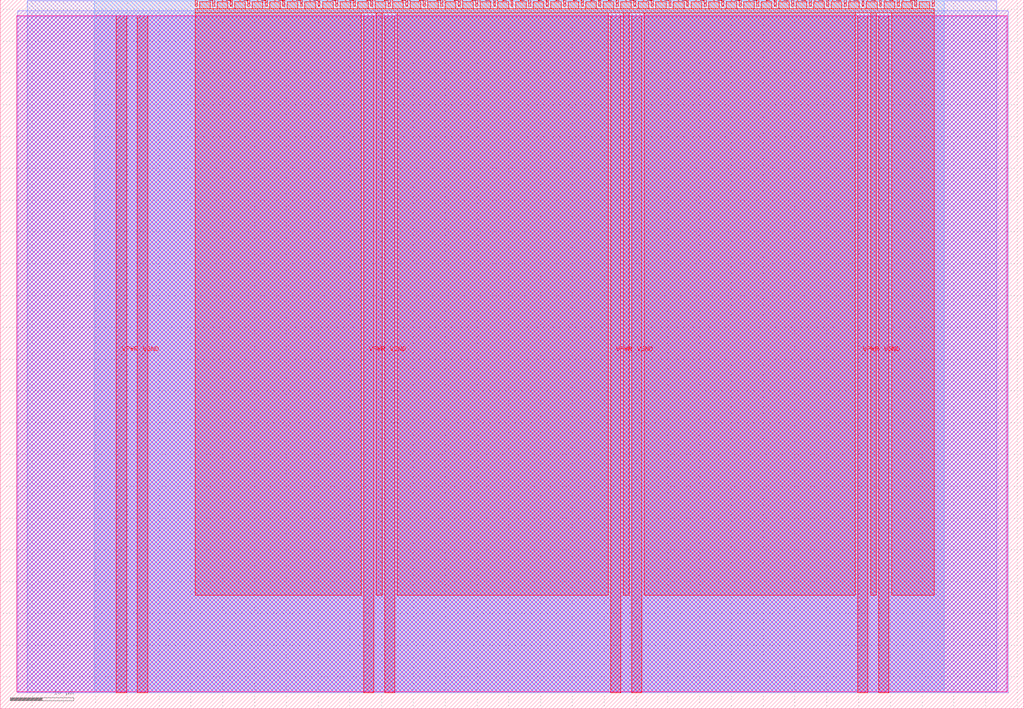
<source format=lef>
VERSION 5.7 ;
  NOWIREEXTENSIONATPIN ON ;
  DIVIDERCHAR "/" ;
  BUSBITCHARS "[]" ;
MACRO tt_um_Jsilicon
  CLASS BLOCK ;
  FOREIGN tt_um_Jsilicon ;
  ORIGIN 0.000 0.000 ;
  SIZE 161.000 BY 111.520 ;
  PIN VGND
    DIRECTION INOUT ;
    USE GROUND ;
    PORT
      LAYER met4 ;
        RECT 21.580 2.480 23.180 109.040 ;
    END
    PORT
      LAYER met4 ;
        RECT 60.450 2.480 62.050 109.040 ;
    END
    PORT
      LAYER met4 ;
        RECT 99.320 2.480 100.920 109.040 ;
    END
    PORT
      LAYER met4 ;
        RECT 138.190 2.480 139.790 109.040 ;
    END
  END VGND
  PIN VPWR
    DIRECTION INOUT ;
    USE POWER ;
    PORT
      LAYER met4 ;
        RECT 18.280 2.480 19.880 109.040 ;
    END
    PORT
      LAYER met4 ;
        RECT 57.150 2.480 58.750 109.040 ;
    END
    PORT
      LAYER met4 ;
        RECT 96.020 2.480 97.620 109.040 ;
    END
    PORT
      LAYER met4 ;
        RECT 134.890 2.480 136.490 109.040 ;
    END
  END VPWR
  PIN clk
    DIRECTION INPUT ;
    USE SIGNAL ;
    ANTENNAGATEAREA 0.852000 ;
    PORT
      LAYER met4 ;
        RECT 143.830 110.520 144.130 111.520 ;
    END
  END clk
  PIN ena
    DIRECTION INPUT ;
    USE SIGNAL ;
    ANTENNAGATEAREA 0.196500 ;
    PORT
      LAYER met4 ;
        RECT 146.590 110.520 146.890 111.520 ;
    END
  END ena
  PIN rst_n
    DIRECTION INPUT ;
    USE SIGNAL ;
    ANTENNAGATEAREA 0.196500 ;
    PORT
      LAYER met4 ;
        RECT 141.070 110.520 141.370 111.520 ;
    END
  END rst_n
  PIN ui_in[0]
    DIRECTION INPUT ;
    USE SIGNAL ;
    ANTENNAGATEAREA 0.196500 ;
    PORT
      LAYER met4 ;
        RECT 138.310 110.520 138.610 111.520 ;
    END
  END ui_in[0]
  PIN ui_in[1]
    DIRECTION INPUT ;
    USE SIGNAL ;
    ANTENNAGATEAREA 0.196500 ;
    PORT
      LAYER met4 ;
        RECT 135.550 110.520 135.850 111.520 ;
    END
  END ui_in[1]
  PIN ui_in[2]
    DIRECTION INPUT ;
    USE SIGNAL ;
    ANTENNAGATEAREA 0.196500 ;
    PORT
      LAYER met4 ;
        RECT 132.790 110.520 133.090 111.520 ;
    END
  END ui_in[2]
  PIN ui_in[3]
    DIRECTION INPUT ;
    USE SIGNAL ;
    ANTENNAGATEAREA 0.196500 ;
    PORT
      LAYER met4 ;
        RECT 130.030 110.520 130.330 111.520 ;
    END
  END ui_in[3]
  PIN ui_in[4]
    DIRECTION INPUT ;
    USE SIGNAL ;
    ANTENNAGATEAREA 0.196500 ;
    PORT
      LAYER met4 ;
        RECT 127.270 110.520 127.570 111.520 ;
    END
  END ui_in[4]
  PIN ui_in[5]
    DIRECTION INPUT ;
    USE SIGNAL ;
    ANTENNAGATEAREA 0.196500 ;
    PORT
      LAYER met4 ;
        RECT 124.510 110.520 124.810 111.520 ;
    END
  END ui_in[5]
  PIN ui_in[6]
    DIRECTION INPUT ;
    USE SIGNAL ;
    ANTENNAGATEAREA 0.196500 ;
    PORT
      LAYER met4 ;
        RECT 121.750 110.520 122.050 111.520 ;
    END
  END ui_in[6]
  PIN ui_in[7]
    DIRECTION INPUT ;
    USE SIGNAL ;
    ANTENNAGATEAREA 0.196500 ;
    PORT
      LAYER met4 ;
        RECT 118.990 110.520 119.290 111.520 ;
    END
  END ui_in[7]
  PIN uio_in[0]
    DIRECTION INPUT ;
    USE SIGNAL ;
    PORT
      LAYER met4 ;
        RECT 116.230 110.520 116.530 111.520 ;
    END
  END uio_in[0]
  PIN uio_in[1]
    DIRECTION INPUT ;
    USE SIGNAL ;
    PORT
      LAYER met4 ;
        RECT 113.470 110.520 113.770 111.520 ;
    END
  END uio_in[1]
  PIN uio_in[2]
    DIRECTION INPUT ;
    USE SIGNAL ;
    PORT
      LAYER met4 ;
        RECT 110.710 110.520 111.010 111.520 ;
    END
  END uio_in[2]
  PIN uio_in[3]
    DIRECTION INPUT ;
    USE SIGNAL ;
    PORT
      LAYER met4 ;
        RECT 107.950 110.520 108.250 111.520 ;
    END
  END uio_in[3]
  PIN uio_in[4]
    DIRECTION INPUT ;
    USE SIGNAL ;
    ANTENNAGATEAREA 0.495000 ;
    PORT
      LAYER met4 ;
        RECT 105.190 110.520 105.490 111.520 ;
    END
  END uio_in[4]
  PIN uio_in[5]
    DIRECTION INPUT ;
    USE SIGNAL ;
    ANTENNAGATEAREA 0.196500 ;
    PORT
      LAYER met4 ;
        RECT 102.430 110.520 102.730 111.520 ;
    END
  END uio_in[5]
  PIN uio_in[6]
    DIRECTION INPUT ;
    USE SIGNAL ;
    ANTENNAGATEAREA 0.196500 ;
    PORT
      LAYER met4 ;
        RECT 99.670 110.520 99.970 111.520 ;
    END
  END uio_in[6]
  PIN uio_in[7]
    DIRECTION INPUT ;
    USE SIGNAL ;
    ANTENNAGATEAREA 0.196500 ;
    PORT
      LAYER met4 ;
        RECT 96.910 110.520 97.210 111.520 ;
    END
  END uio_in[7]
  PIN uio_oe[0]
    DIRECTION OUTPUT ;
    USE SIGNAL ;
    PORT
      LAYER met4 ;
        RECT 49.990 110.520 50.290 111.520 ;
    END
  END uio_oe[0]
  PIN uio_oe[1]
    DIRECTION OUTPUT ;
    USE SIGNAL ;
    PORT
      LAYER met4 ;
        RECT 47.230 110.520 47.530 111.520 ;
    END
  END uio_oe[1]
  PIN uio_oe[2]
    DIRECTION OUTPUT ;
    USE SIGNAL ;
    PORT
      LAYER met4 ;
        RECT 44.470 110.520 44.770 111.520 ;
    END
  END uio_oe[2]
  PIN uio_oe[3]
    DIRECTION OUTPUT ;
    USE SIGNAL ;
    PORT
      LAYER met4 ;
        RECT 41.710 110.520 42.010 111.520 ;
    END
  END uio_oe[3]
  PIN uio_oe[4]
    DIRECTION OUTPUT ;
    USE SIGNAL ;
    PORT
      LAYER met4 ;
        RECT 38.950 110.520 39.250 111.520 ;
    END
  END uio_oe[4]
  PIN uio_oe[5]
    DIRECTION OUTPUT ;
    USE SIGNAL ;
    PORT
      LAYER met4 ;
        RECT 36.190 110.520 36.490 111.520 ;
    END
  END uio_oe[5]
  PIN uio_oe[6]
    DIRECTION OUTPUT ;
    USE SIGNAL ;
    PORT
      LAYER met4 ;
        RECT 33.430 110.520 33.730 111.520 ;
    END
  END uio_oe[6]
  PIN uio_oe[7]
    DIRECTION OUTPUT ;
    USE SIGNAL ;
    PORT
      LAYER met4 ;
        RECT 30.670 110.520 30.970 111.520 ;
    END
  END uio_oe[7]
  PIN uio_out[0]
    DIRECTION OUTPUT ;
    USE SIGNAL ;
    ANTENNADIFFAREA 0.795200 ;
    PORT
      LAYER met4 ;
        RECT 72.070 110.520 72.370 111.520 ;
    END
  END uio_out[0]
  PIN uio_out[1]
    DIRECTION OUTPUT ;
    USE SIGNAL ;
    ANTENNADIFFAREA 0.924000 ;
    PORT
      LAYER met4 ;
        RECT 69.310 110.520 69.610 111.520 ;
    END
  END uio_out[1]
  PIN uio_out[2]
    DIRECTION OUTPUT ;
    USE SIGNAL ;
    ANTENNADIFFAREA 0.924000 ;
    PORT
      LAYER met4 ;
        RECT 66.550 110.520 66.850 111.520 ;
    END
  END uio_out[2]
  PIN uio_out[3]
    DIRECTION OUTPUT ;
    USE SIGNAL ;
    ANTENNADIFFAREA 0.924000 ;
    PORT
      LAYER met4 ;
        RECT 63.790 110.520 64.090 111.520 ;
    END
  END uio_out[3]
  PIN uio_out[4]
    DIRECTION OUTPUT ;
    USE SIGNAL ;
    ANTENNADIFFAREA 0.924000 ;
    PORT
      LAYER met4 ;
        RECT 61.030 110.520 61.330 111.520 ;
    END
  END uio_out[4]
  PIN uio_out[5]
    DIRECTION OUTPUT ;
    USE SIGNAL ;
    ANTENNADIFFAREA 0.924000 ;
    PORT
      LAYER met4 ;
        RECT 58.270 110.520 58.570 111.520 ;
    END
  END uio_out[5]
  PIN uio_out[6]
    DIRECTION OUTPUT ;
    USE SIGNAL ;
    ANTENNADIFFAREA 0.934000 ;
    PORT
      LAYER met4 ;
        RECT 55.510 110.520 55.810 111.520 ;
    END
  END uio_out[6]
  PIN uio_out[7]
    DIRECTION OUTPUT ;
    USE SIGNAL ;
    ANTENNADIFFAREA 0.453750 ;
    PORT
      LAYER met4 ;
        RECT 52.750 110.520 53.050 111.520 ;
    END
  END uio_out[7]
  PIN uo_out[0]
    DIRECTION OUTPUT ;
    USE SIGNAL ;
    ANTENNAGATEAREA 0.373500 ;
    ANTENNADIFFAREA 0.891000 ;
    PORT
      LAYER met4 ;
        RECT 94.150 110.520 94.450 111.520 ;
    END
  END uo_out[0]
  PIN uo_out[1]
    DIRECTION OUTPUT ;
    USE SIGNAL ;
    ANTENNAGATEAREA 0.285000 ;
    ANTENNADIFFAREA 0.891000 ;
    PORT
      LAYER met4 ;
        RECT 91.390 110.520 91.690 111.520 ;
    END
  END uo_out[1]
  PIN uo_out[2]
    DIRECTION OUTPUT ;
    USE SIGNAL ;
    ANTENNAGATEAREA 0.495000 ;
    ANTENNADIFFAREA 0.891000 ;
    PORT
      LAYER met4 ;
        RECT 88.630 110.520 88.930 111.520 ;
    END
  END uo_out[2]
  PIN uo_out[3]
    DIRECTION OUTPUT ;
    USE SIGNAL ;
    ANTENNAGATEAREA 0.373500 ;
    ANTENNADIFFAREA 0.891000 ;
    PORT
      LAYER met4 ;
        RECT 85.870 110.520 86.170 111.520 ;
    END
  END uo_out[3]
  PIN uo_out[4]
    DIRECTION OUTPUT ;
    USE SIGNAL ;
    ANTENNAGATEAREA 0.373500 ;
    ANTENNADIFFAREA 0.891000 ;
    PORT
      LAYER met4 ;
        RECT 83.110 110.520 83.410 111.520 ;
    END
  END uo_out[4]
  PIN uo_out[5]
    DIRECTION OUTPUT ;
    USE SIGNAL ;
    ANTENNAGATEAREA 0.373500 ;
    ANTENNADIFFAREA 0.924000 ;
    PORT
      LAYER met4 ;
        RECT 80.350 110.520 80.650 111.520 ;
    END
  END uo_out[5]
  PIN uo_out[6]
    DIRECTION OUTPUT ;
    USE SIGNAL ;
    ANTENNAGATEAREA 0.252000 ;
    ANTENNADIFFAREA 0.891000 ;
    PORT
      LAYER met4 ;
        RECT 77.590 110.520 77.890 111.520 ;
    END
  END uo_out[6]
  PIN uo_out[7]
    DIRECTION OUTPUT ;
    USE SIGNAL ;
    ANTENNADIFFAREA 0.795200 ;
    PORT
      LAYER met4 ;
        RECT 74.830 110.520 75.130 111.520 ;
    END
  END uo_out[7]
  OBS
      LAYER nwell ;
        RECT 2.570 2.635 158.430 108.990 ;
      LAYER li1 ;
        RECT 2.760 2.635 158.240 108.885 ;
      LAYER met1 ;
        RECT 2.760 2.480 158.540 109.780 ;
      LAYER met2 ;
        RECT 4.240 2.535 156.760 111.365 ;
      LAYER met3 ;
        RECT 14.785 2.555 148.515 111.345 ;
      LAYER met4 ;
        RECT 31.370 110.120 33.030 111.170 ;
        RECT 34.130 110.120 35.790 111.170 ;
        RECT 36.890 110.120 38.550 111.170 ;
        RECT 39.650 110.120 41.310 111.170 ;
        RECT 42.410 110.120 44.070 111.170 ;
        RECT 45.170 110.120 46.830 111.170 ;
        RECT 47.930 110.120 49.590 111.170 ;
        RECT 50.690 110.120 52.350 111.170 ;
        RECT 53.450 110.120 55.110 111.170 ;
        RECT 56.210 110.120 57.870 111.170 ;
        RECT 58.970 110.120 60.630 111.170 ;
        RECT 61.730 110.120 63.390 111.170 ;
        RECT 64.490 110.120 66.150 111.170 ;
        RECT 67.250 110.120 68.910 111.170 ;
        RECT 70.010 110.120 71.670 111.170 ;
        RECT 72.770 110.120 74.430 111.170 ;
        RECT 75.530 110.120 77.190 111.170 ;
        RECT 78.290 110.120 79.950 111.170 ;
        RECT 81.050 110.120 82.710 111.170 ;
        RECT 83.810 110.120 85.470 111.170 ;
        RECT 86.570 110.120 88.230 111.170 ;
        RECT 89.330 110.120 90.990 111.170 ;
        RECT 92.090 110.120 93.750 111.170 ;
        RECT 94.850 110.120 96.510 111.170 ;
        RECT 97.610 110.120 99.270 111.170 ;
        RECT 100.370 110.120 102.030 111.170 ;
        RECT 103.130 110.120 104.790 111.170 ;
        RECT 105.890 110.120 107.550 111.170 ;
        RECT 108.650 110.120 110.310 111.170 ;
        RECT 111.410 110.120 113.070 111.170 ;
        RECT 114.170 110.120 115.830 111.170 ;
        RECT 116.930 110.120 118.590 111.170 ;
        RECT 119.690 110.120 121.350 111.170 ;
        RECT 122.450 110.120 124.110 111.170 ;
        RECT 125.210 110.120 126.870 111.170 ;
        RECT 127.970 110.120 129.630 111.170 ;
        RECT 130.730 110.120 132.390 111.170 ;
        RECT 133.490 110.120 135.150 111.170 ;
        RECT 136.250 110.120 137.910 111.170 ;
        RECT 139.010 110.120 140.670 111.170 ;
        RECT 141.770 110.120 143.430 111.170 ;
        RECT 144.530 110.120 146.190 111.170 ;
        RECT 30.655 109.440 146.905 110.120 ;
        RECT 30.655 17.855 56.750 109.440 ;
        RECT 59.150 17.855 60.050 109.440 ;
        RECT 62.450 17.855 95.620 109.440 ;
        RECT 98.020 17.855 98.920 109.440 ;
        RECT 101.320 17.855 134.490 109.440 ;
        RECT 136.890 17.855 137.790 109.440 ;
        RECT 140.190 17.855 146.905 109.440 ;
  END
END tt_um_Jsilicon
END LIBRARY


</source>
